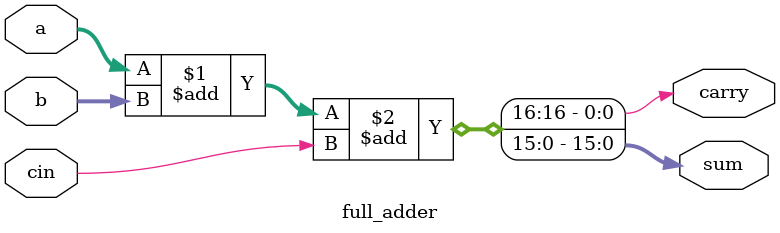
<source format=v>
module full_adder (
	input [15:0]a,b,
	input cin,
    output [15:0]sum,
	output carry
);

	assign {carry,sum} = a + b + cin;


endmodule
</source>
